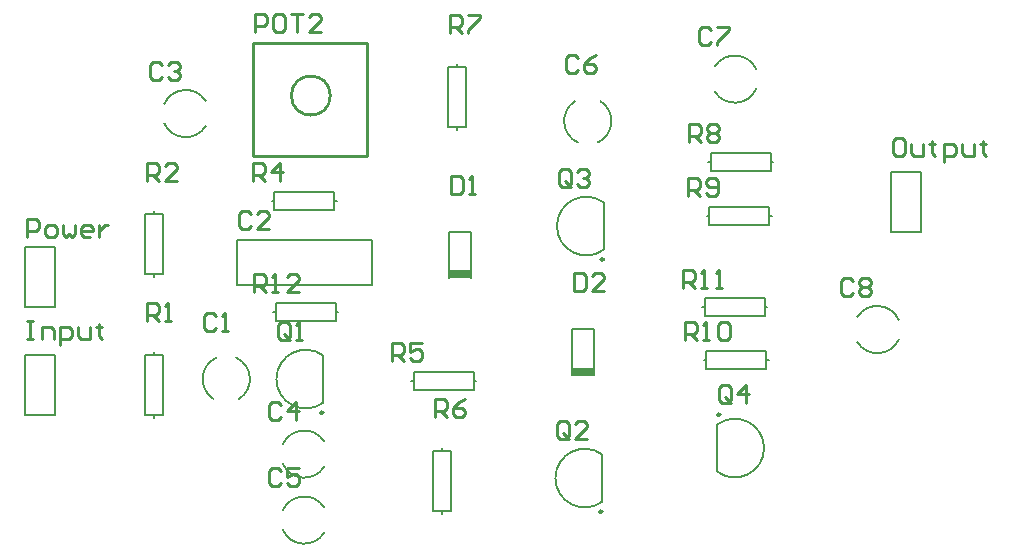
<source format=gto>
G04 Layer_Color=65535*
%FSLAX25Y25*%
%MOIN*%
G70*
G01*
G75*
%ADD11C,0.01000*%
%ADD22C,0.00787*%
%ADD23C,0.00984*%
%ADD24R,0.07480X0.03150*%
D11*
X215200Y260500D02*
G03*
X215200Y260500I-6500J0D01*
G01*
X189500Y278000D02*
X227500D01*
X189500Y240500D02*
Y278000D01*
Y240500D02*
X227500D01*
Y278000D01*
X189800Y194900D02*
Y200898D01*
X192799D01*
X193799Y199898D01*
Y197899D01*
X192799Y196899D01*
X189800D01*
X191799D02*
X193799Y194900D01*
X195798D02*
X197797D01*
X196798D01*
Y200898D01*
X195798Y199898D01*
X204795Y194900D02*
X200796D01*
X204795Y198899D01*
Y199898D01*
X203796Y200898D01*
X201796D01*
X200796Y199898D01*
X177199Y186898D02*
X176199Y187898D01*
X174200D01*
X173200Y186898D01*
Y182900D01*
X174200Y181900D01*
X176199D01*
X177199Y182900D01*
X179198Y181900D02*
X181197D01*
X180198D01*
Y187898D01*
X179198Y186898D01*
X188599Y220898D02*
X187599Y221898D01*
X185600D01*
X184600Y220898D01*
Y216900D01*
X185600Y215900D01*
X187599D01*
X188599Y216900D01*
X194597Y215900D02*
X190598D01*
X194597Y219899D01*
Y220898D01*
X193597Y221898D01*
X191598D01*
X190598Y220898D01*
X159099Y270798D02*
X158099Y271798D01*
X156100D01*
X155100Y270798D01*
Y266800D01*
X156100Y265800D01*
X158099D01*
X159099Y266800D01*
X161098Y270798D02*
X162098Y271798D01*
X164097D01*
X165097Y270798D01*
Y269799D01*
X164097Y268799D01*
X163097D01*
X164097D01*
X165097Y267799D01*
Y266800D01*
X164097Y265800D01*
X162098D01*
X161098Y266800D01*
X198599Y157298D02*
X197599Y158298D01*
X195600D01*
X194600Y157298D01*
Y153300D01*
X195600Y152300D01*
X197599D01*
X198599Y153300D01*
X203597Y152300D02*
Y158298D01*
X200598Y155299D01*
X204597D01*
X198599Y135298D02*
X197599Y136298D01*
X195600D01*
X194600Y135298D01*
Y131300D01*
X195600Y130300D01*
X197599D01*
X198599Y131300D01*
X204597Y136298D02*
X200598D01*
Y133299D01*
X202597Y134299D01*
X203597D01*
X204597Y133299D01*
Y131300D01*
X203597Y130300D01*
X201598D01*
X200598Y131300D01*
X297699Y272898D02*
X296699Y273898D01*
X294700D01*
X293700Y272898D01*
Y268900D01*
X294700Y267900D01*
X296699D01*
X297699Y268900D01*
X303697Y273898D02*
X301697Y272898D01*
X299698Y270899D01*
Y268900D01*
X300698Y267900D01*
X302697D01*
X303697Y268900D01*
Y269899D01*
X302697Y270899D01*
X299698D01*
X342049Y282248D02*
X341049Y283248D01*
X339050D01*
X338050Y282248D01*
Y278250D01*
X339050Y277250D01*
X341049D01*
X342049Y278250D01*
X344048Y283248D02*
X348047D01*
Y282248D01*
X344048Y278250D01*
Y277250D01*
X389549Y198748D02*
X388549Y199748D01*
X386550D01*
X385550Y198748D01*
Y194750D01*
X386550Y193750D01*
X388549D01*
X389549Y194750D01*
X391548Y198748D02*
X392548Y199748D01*
X394547D01*
X395547Y198748D01*
Y197749D01*
X394547Y196749D01*
X395547Y195749D01*
Y194750D01*
X394547Y193750D01*
X392548D01*
X391548Y194750D01*
Y195749D01*
X392548Y196749D01*
X391548Y197749D01*
Y198748D01*
X392548Y196749D02*
X394547D01*
X255400Y233798D02*
Y227800D01*
X258399D01*
X259399Y228800D01*
Y232798D01*
X258399Y233798D01*
X255400D01*
X261398Y227800D02*
X263397D01*
X262398D01*
Y233798D01*
X261398Y232798D01*
X296400Y201298D02*
Y195300D01*
X299399D01*
X300399Y196300D01*
Y200298D01*
X299399Y201298D01*
X296400D01*
X306397Y195300D02*
X302398D01*
X306397Y199299D01*
Y200298D01*
X305397Y201298D01*
X303398D01*
X302398Y200298D01*
X114150Y185348D02*
X116149D01*
X115150D01*
Y179350D01*
X114150D01*
X116149D01*
X119148D02*
Y183349D01*
X122147D01*
X123147Y182349D01*
Y179350D01*
X125146Y177351D02*
Y183349D01*
X128146D01*
X129145Y182349D01*
Y180350D01*
X128146Y179350D01*
X125146D01*
X131144Y183349D02*
Y180350D01*
X132144Y179350D01*
X135143D01*
Y183349D01*
X138142Y184348D02*
Y183349D01*
X137143D01*
X139142D01*
X138142D01*
Y180350D01*
X139142Y179350D01*
X405599Y246398D02*
X403600D01*
X402600Y245398D01*
Y241400D01*
X403600Y240400D01*
X405599D01*
X406599Y241400D01*
Y245398D01*
X405599Y246398D01*
X408598Y244399D02*
Y241400D01*
X409598Y240400D01*
X412597D01*
Y244399D01*
X415596Y245398D02*
Y244399D01*
X414596D01*
X416596D01*
X415596D01*
Y241400D01*
X416596Y240400D01*
X419594Y238401D02*
Y244399D01*
X422593D01*
X423593Y243399D01*
Y241400D01*
X422593Y240400D01*
X419594D01*
X425593Y244399D02*
Y241400D01*
X426592Y240400D01*
X429591D01*
Y244399D01*
X432590Y245398D02*
Y244399D01*
X431591D01*
X433590D01*
X432590D01*
Y241400D01*
X433590Y240400D01*
X189950Y281550D02*
Y287548D01*
X192949D01*
X193949Y286548D01*
Y284549D01*
X192949Y283549D01*
X189950D01*
X198947Y287548D02*
X196948D01*
X195948Y286548D01*
Y282550D01*
X196948Y281550D01*
X198947D01*
X199947Y282550D01*
Y286548D01*
X198947Y287548D01*
X201946D02*
X205945D01*
X203945D01*
Y281550D01*
X211943D02*
X207944D01*
X211943Y285549D01*
Y286548D01*
X210943Y287548D01*
X208944D01*
X207944Y286548D01*
X114150Y213350D02*
Y219348D01*
X117149D01*
X118149Y218348D01*
Y216349D01*
X117149Y215349D01*
X114150D01*
X121148Y213350D02*
X123147D01*
X124147Y214350D01*
Y216349D01*
X123147Y217349D01*
X121148D01*
X120148Y216349D01*
Y214350D01*
X121148Y213350D01*
X126146Y217349D02*
Y214350D01*
X127146Y213350D01*
X128146Y214350D01*
X129145Y213350D01*
X130145Y214350D01*
Y217349D01*
X135143Y213350D02*
X133144D01*
X132144Y214350D01*
Y216349D01*
X133144Y217349D01*
X135143D01*
X136143Y216349D01*
Y215349D01*
X132144D01*
X138142Y217349D02*
Y213350D01*
Y215349D01*
X139142Y216349D01*
X140142Y217349D01*
X141141D01*
X201849Y180150D02*
Y184148D01*
X200849Y185148D01*
X198850D01*
X197850Y184148D01*
Y180150D01*
X198850Y179150D01*
X200849D01*
X199849Y181149D02*
X201849Y179150D01*
X200849D02*
X201849Y180150D01*
X203848Y179150D02*
X205847D01*
X204848D01*
Y185148D01*
X203848Y184148D01*
X294849Y147150D02*
Y151148D01*
X293849Y152148D01*
X291850D01*
X290850Y151148D01*
Y147150D01*
X291850Y146150D01*
X293849D01*
X292849Y148149D02*
X294849Y146150D01*
X293849D02*
X294849Y147150D01*
X300847Y146150D02*
X296848D01*
X300847Y150149D01*
Y151148D01*
X299847Y152148D01*
X297848D01*
X296848Y151148D01*
X295349Y231150D02*
Y235148D01*
X294349Y236148D01*
X292350D01*
X291350Y235148D01*
Y231150D01*
X292350Y230150D01*
X294349D01*
X293349Y232149D02*
X295349Y230150D01*
X294349D02*
X295349Y231150D01*
X297348Y235148D02*
X298348Y236148D01*
X300347D01*
X301347Y235148D01*
Y234149D01*
X300347Y233149D01*
X299347D01*
X300347D01*
X301347Y232149D01*
Y231150D01*
X300347Y230150D01*
X298348D01*
X297348Y231150D01*
X348699Y159100D02*
Y163098D01*
X347699Y164098D01*
X345700D01*
X344700Y163098D01*
Y159100D01*
X345700Y158100D01*
X347699D01*
X346699Y160099D02*
X348699Y158100D01*
X347699D02*
X348699Y159100D01*
X353697Y158100D02*
Y164098D01*
X350698Y161099D01*
X354697D01*
X154100Y185200D02*
Y191198D01*
X157099D01*
X158099Y190198D01*
Y188199D01*
X157099Y187199D01*
X154100D01*
X156099D02*
X158099Y185200D01*
X160098D02*
X162097D01*
X161098D01*
Y191198D01*
X160098Y190198D01*
X154150Y232150D02*
Y238148D01*
X157149D01*
X158149Y237148D01*
Y235149D01*
X157149Y234149D01*
X154150D01*
X156149D02*
X158149Y232150D01*
X164147D02*
X160148D01*
X164147Y236149D01*
Y237148D01*
X163147Y238148D01*
X161148D01*
X160148Y237148D01*
X235800Y171900D02*
Y177898D01*
X238799D01*
X239799Y176898D01*
Y174899D01*
X238799Y173899D01*
X235800D01*
X237799D02*
X239799Y171900D01*
X245797Y177898D02*
X241798D01*
Y174899D01*
X243797Y175899D01*
X244797D01*
X245797Y174899D01*
Y172900D01*
X244797Y171900D01*
X242798D01*
X241798Y172900D01*
X250100Y153200D02*
Y159198D01*
X253099D01*
X254099Y158198D01*
Y156199D01*
X253099Y155199D01*
X250100D01*
X252099D02*
X254099Y153200D01*
X260097Y159198D02*
X258097Y158198D01*
X256098Y156199D01*
Y154200D01*
X257098Y153200D01*
X259097D01*
X260097Y154200D01*
Y155199D01*
X259097Y156199D01*
X256098D01*
X255100Y281200D02*
Y287198D01*
X258099D01*
X259099Y286198D01*
Y284199D01*
X258099Y283199D01*
X255100D01*
X257099D02*
X259099Y281200D01*
X261098Y287198D02*
X265097D01*
Y286198D01*
X261098Y282200D01*
Y281200D01*
X334800Y244900D02*
Y250898D01*
X337799D01*
X338799Y249898D01*
Y247899D01*
X337799Y246899D01*
X334800D01*
X336799D02*
X338799Y244900D01*
X340798Y249898D02*
X341798Y250898D01*
X343797D01*
X344797Y249898D01*
Y248899D01*
X343797Y247899D01*
X344797Y246899D01*
Y245900D01*
X343797Y244900D01*
X341798D01*
X340798Y245900D01*
Y246899D01*
X341798Y247899D01*
X340798Y248899D01*
Y249898D01*
X341798Y247899D02*
X343797D01*
X334300Y226900D02*
Y232898D01*
X337299D01*
X338299Y231898D01*
Y229899D01*
X337299Y228899D01*
X334300D01*
X336299D02*
X338299Y226900D01*
X340298Y227900D02*
X341298Y226900D01*
X343297D01*
X344297Y227900D01*
Y231898D01*
X343297Y232898D01*
X341298D01*
X340298Y231898D01*
Y230899D01*
X341298Y229899D01*
X344297D01*
X333300Y178900D02*
Y184898D01*
X336299D01*
X337299Y183898D01*
Y181899D01*
X336299Y180899D01*
X333300D01*
X335299D02*
X337299Y178900D01*
X339298D02*
X341297D01*
X340298D01*
Y184898D01*
X339298Y183898D01*
X344296D02*
X345296Y184898D01*
X347295D01*
X348295Y183898D01*
Y179900D01*
X347295Y178900D01*
X345296D01*
X344296Y179900D01*
Y183898D01*
X332800Y196400D02*
Y202398D01*
X335799D01*
X336799Y201398D01*
Y199399D01*
X335799Y198399D01*
X332800D01*
X334799D02*
X336799Y196400D01*
X338798D02*
X340797D01*
X339798D01*
Y202398D01*
X338798Y201398D01*
X343796Y196400D02*
X345796D01*
X344796D01*
Y202398D01*
X343796Y201398D01*
X189300Y231900D02*
Y237898D01*
X192299D01*
X193299Y236898D01*
Y234899D01*
X192299Y233899D01*
X189300D01*
X191299D02*
X193299Y231900D01*
X198297D02*
Y237898D01*
X195298Y234899D01*
X199297D01*
D22*
X212906Y173795D02*
G03*
X212906Y158205I-5906J-7795D01*
G01*
X305906Y140795D02*
G03*
X305906Y125205I-5906J-7795D01*
G01*
X184732Y159360D02*
G03*
X183774Y173161I-4232J6640D01*
G01*
X177226D02*
G03*
X176268Y159360I3274J-7161D01*
G01*
X213140Y123232D02*
G03*
X199339Y122274I-6640J-4232D01*
G01*
Y115726D02*
G03*
X213140Y114768I7161J3274D01*
G01*
X344094Y135205D02*
G03*
X344094Y150795I5906J7795D01*
G01*
X213140Y145232D02*
G03*
X199339Y144274I-6640J-4232D01*
G01*
Y137726D02*
G03*
X213140Y136768I7161J3274D01*
G01*
X296768Y258640D02*
G03*
X297726Y244839I4232J-6640D01*
G01*
X304274D02*
G03*
X305232Y258640I-3274J7161D01*
G01*
X306405Y224795D02*
G03*
X306405Y209205I-5906J-7795D01*
G01*
X343360Y261768D02*
G03*
X357161Y262726I6640J4232D01*
G01*
Y269274D02*
G03*
X343360Y270232I-7161J-3274D01*
G01*
X390860Y178268D02*
G03*
X404661Y179226I6640J4232D01*
G01*
Y185774D02*
G03*
X390860Y186732I-7161J-3274D01*
G01*
X173640Y258732D02*
G03*
X159839Y257774I-6640J-4232D01*
G01*
Y251226D02*
G03*
X173640Y250268I7161J3274D01*
G01*
X197000Y185500D02*
Y188500D01*
Y185500D02*
X217000D01*
Y191500D01*
X197000D02*
X217000D01*
X197000Y188500D02*
Y191500D01*
X217000Y188500D02*
X217900D01*
X196100D02*
X197000D01*
X252500Y142000D02*
Y142900D01*
Y121100D02*
Y122000D01*
Y142000D02*
X255500D01*
Y122000D02*
Y142000D01*
X249500Y122000D02*
X255500D01*
X249500D02*
Y142000D01*
X252500D01*
X212906Y158205D02*
Y173795D01*
X305906Y125205D02*
Y140795D01*
X156500Y153100D02*
Y154000D01*
Y174000D02*
Y174900D01*
X153500Y154000D02*
X156500D01*
X153500D02*
Y174000D01*
X159500D01*
Y154000D02*
Y174000D01*
X156500Y154000D02*
X159500D01*
X113500D02*
Y174000D01*
Y154000D02*
X123500D01*
Y174000D01*
X113500D02*
X123500D01*
X344095Y135205D02*
Y150795D01*
X242100Y165500D02*
X243000D01*
X263000D02*
X263900D01*
X243000D02*
Y168500D01*
X263000D01*
Y162500D02*
Y168500D01*
X243000Y162500D02*
X263000D01*
X243000D02*
Y165500D01*
X156500Y221000D02*
Y221900D01*
Y200100D02*
Y201000D01*
Y221000D02*
X159500D01*
Y201000D02*
Y221000D01*
X153500Y201000D02*
X159500D01*
X153500D02*
Y221000D01*
X156500D01*
X295760Y167323D02*
Y182677D01*
X303240Y167323D02*
Y182677D01*
X295760D02*
X303240D01*
X339100Y190000D02*
X340000D01*
X360000D02*
X360900D01*
X340000D02*
Y193000D01*
X360000D01*
Y187000D02*
Y193000D01*
X340000Y187000D02*
X360000D01*
X340000D02*
Y190000D01*
X184000Y212500D02*
X229000D01*
X184000Y197500D02*
Y212500D01*
Y197500D02*
X229000D01*
Y212500D01*
X339600Y172500D02*
X340500D01*
X360500D02*
X361400D01*
X340500D02*
Y175500D01*
X360500D01*
Y169500D02*
Y175500D01*
X340500Y169500D02*
X360500D01*
X340500D02*
Y172500D01*
X340600Y220500D02*
X341500D01*
X361500D02*
X362400D01*
X341500D02*
Y223500D01*
X361500D01*
Y217500D02*
Y223500D01*
X341500Y217500D02*
X361500D01*
X341500D02*
Y220500D01*
X412000Y215000D02*
Y235000D01*
X402000D02*
X412000D01*
X402000Y215000D02*
Y235000D01*
Y215000D02*
X412000D01*
X341100Y238500D02*
X342000D01*
X362000D02*
X362900D01*
X342000D02*
Y241500D01*
X362000D01*
Y235500D02*
Y241500D01*
X342000Y235500D02*
X362000D01*
X342000D02*
Y238500D01*
X254760Y199823D02*
Y215177D01*
X262240Y199823D02*
Y215177D01*
X254760D02*
X262240D01*
X306406Y209205D02*
Y224795D01*
X257500Y270000D02*
Y270900D01*
Y249100D02*
Y250000D01*
Y270000D02*
X260500D01*
Y250000D02*
Y270000D01*
X254500Y250000D02*
X260500D01*
X254500D02*
Y270000D01*
X257500D01*
X113500Y190000D02*
Y210000D01*
Y190000D02*
X123500D01*
Y210000D01*
X113500D02*
X123500D01*
X195600Y225500D02*
X196500D01*
X216500D02*
X217400D01*
X196500D02*
Y228500D01*
X216500D01*
Y222500D02*
Y228500D01*
X196500Y222500D02*
X216500D01*
X196500D02*
Y225500D01*
D23*
X212807Y154858D02*
G03*
X212807Y154858I-492J0D01*
G01*
X305807Y121858D02*
G03*
X305807Y121858I-492J0D01*
G01*
X345177Y154142D02*
G03*
X345177Y154142I-492J0D01*
G01*
X306307Y205858D02*
G03*
X306307Y205858I-492J0D01*
G01*
D24*
X299500Y168504D02*
D03*
X258500Y201004D02*
D03*
M02*

</source>
